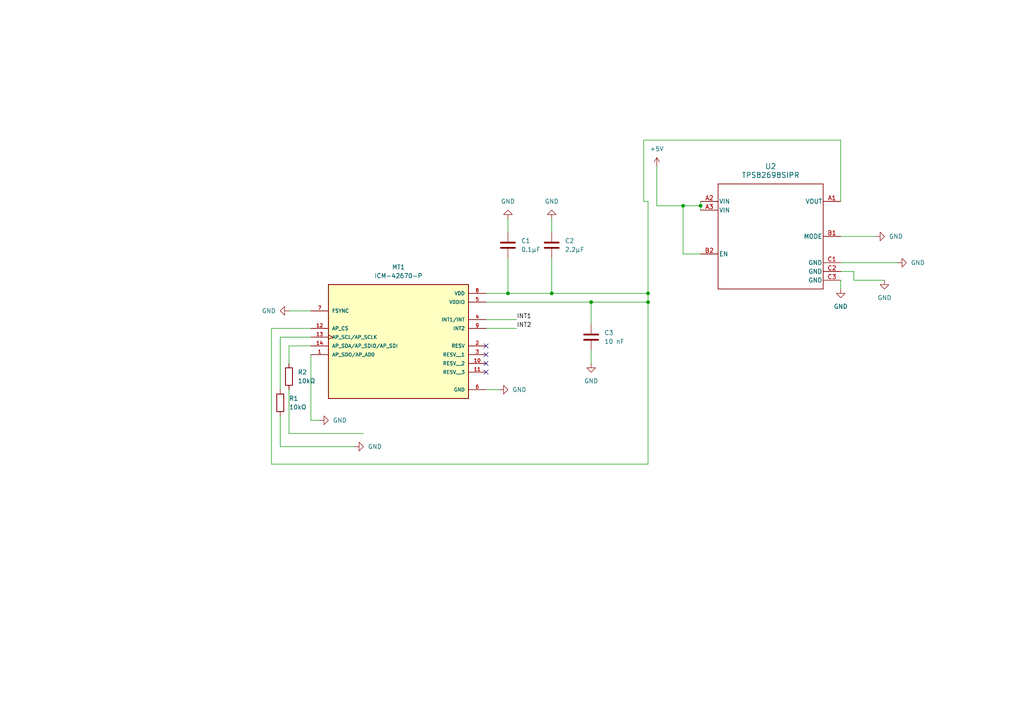
<source format=kicad_sch>
(kicad_sch (version 20231120) (generator "eeschema") (generator_version "8.0")
  (paper "A4")
  (lib_symbols
    (symbol "2024-11-04_05-34-17:TPS82698SIPR" (pin_names (offset 0.254))
      (property "Reference" "U" (at 0 2.54 0))
      (property "Value" "TPS82698SIPR" (at 0 0 0))
      (symbol "TPS82698SIPR_0_1"
        (polyline (pts (xy -15.24 -15.24) (xy 15.24 -15.24)) (stroke (width 0.2032)))
        (polyline (pts (xy -15.24 15.24) (xy -15.24 -15.24)) (stroke (width 0.2032)))
        (polyline (pts (xy 15.24 -15.24) (xy 15.24 15.24)) (stroke (width 0.2032)))
        (polyline (pts (xy 15.24 15.24) (xy -15.24 15.24)) (stroke (width 0.2032)))
        (pin power_in line (at 20.32 10.16 180) (length 5.08) (name "VOUT") (number "A1"))
        (pin power_in line (at -20.32 10.16 0) (length 5.08) (name "VIN") (number "A2"))
        (pin power_in line (at -20.32 7.62 0) (length 5.08) (name "VIN") (number "A3"))
        (pin input line (at 20.32 0 180) (length 5.08) (name "MODE") (number "B1"))
        (pin input line (at -20.32 -5.08 0) (length 5.08) (name "EN") (number "B2"))
        (pin power_in line (at 20.32 -7.62 180) (length 5.08) (name "GND") (number "C1"))
        (pin power_in line (at 20.32 -10.16 180) (length 5.08) (name "GND") (number "C2"))
        (pin power_in line (at 20.32 -12.7 180) (length 5.08) (name "GND") (number "C3"))
      )
    )
    (symbol "Device:C" (pin_numbers hide) (pin_names (offset 0.254))
      (property "Reference" "C" (at 0.635 2.54 0))
      (property "Value" "C" (at 0.635 -2.54 0))
      (symbol "C_0_1"
        (polyline (pts (xy -2.032 -0.762) (xy 2.032 -0.762)) (stroke (width 0.508)))
        (polyline (pts (xy -2.032 0.762) (xy 2.032 0.762)) (stroke (width 0.508)))
      )
      (symbol "C_1_1"
        (pin passive line (at 0 3.81 270) (length 2.794) (name "~") (number "1"))
        (pin passive line (at 0 -3.81 90) (length 2.794) (name "~") (number "2"))
      )
    )
    (symbol "Device:R" (pin_numbers hide) (pin_names (offset 0))
      (property "Reference" "R" (at 2.032 0 90))
      (property "Value" "R" (at 0 0 90))
      (symbol "R_0_1"
        (rectangle (start -1.016 -2.54) (end 1.016 2.54) (stroke (width 0.254)))
      )
      (symbol "R_1_1"
        (pin passive line (at 0 3.81 270) (length 1.27) (name "~") (number "1"))
        (pin passive line (at 0 -3.81 90) (length 1.27) (name "~") (number "2"))
      )
    )
    (symbol "ICM-42670-P:ICM-42670-P" (pin_names (offset 1.016))
      (property "Reference" "MT" (at -20.32 13.97 0))
      (property "Value" "ICM-42670-P" (at -20.32 -22.86 0))
      (symbol "ICM-42670-P_0_0"
        (rectangle (start -20.32 -20.32) (end 20.32 12.7) (stroke (width 0.254)) (fill (type background)))
        (pin bidirectional line (at -25.4 -7.62 0) (length 5.08) (name "AP_SDO/AP_AD0") (number "1"))
        (pin passive line (at 25.4 -10.16 180) (length 5.08) (name "RESV__2") (number "10"))
        (pin passive line (at 25.4 -12.7 180) (length 5.08) (name "RESV__3") (number "11"))
        (pin input line (at -25.4 0 0) (length 5.08) (name "AP_CS") (number "12"))
        (pin input clock (at -25.4 -2.54 0) (length 5.08) (name "AP_SCL/AP_SCLK") (number "13"))
        (pin bidirectional line (at -25.4 -5.08 0) (length 5.08) (name "AP_SDA/AP_SDIO/AP_SDI") (number "14"))
        (pin passive line (at 25.4 -5.08 180) (length 5.08) (name "RESV") (number "2"))
        (pin passive line (at 25.4 -7.62 180) (length 5.08) (name "RESV__1") (number "3"))
        (pin output line (at 25.4 2.54 180) (length 5.08) (name "INT1/INT") (number "4"))
        (pin power_in line (at 25.4 7.62 180) (length 5.08) (name "VDDIO") (number "5"))
        (pin power_in line (at 25.4 -17.78 180) (length 5.08) (name "GND") (number "6"))
        (pin input line (at -25.4 5.08 0) (length 5.08) (name "FSYNC") (number "7"))
        (pin power_in line (at 25.4 10.16 180) (length 5.08) (name "VDD") (number "8"))
        (pin output line (at 25.4 0 180) (length 5.08) (name "INT2") (number "9"))
      )
    )
    (symbol "power:+5V" (power) (pin_numbers hide) (pin_names (offset 0) hide)
      (property "Value" "+5V" (at 0 3.556 0))
      (symbol "+5V_0_1"
        (polyline (pts (xy -0.762 1.27) (xy 0 2.54)))
        (polyline (pts (xy 0 0) (xy 0 2.54)))
        (polyline (pts (xy 0 2.54) (xy 0.762 1.27)))
      )
      (symbol "+5V_1_1"
        (pin power_in line (at 0 0 90) (length 0) (name "~") (number "1"))
      )
    )
    (symbol "power:GND" (power) (pin_numbers hide) (pin_names (offset 0) hide)
      (property "Value" "GND" (at 0 -3.81 0))
      (symbol "GND_0_1"
        (polyline (pts (xy 0 0) (xy 0 -1.27) (xy 1.27 -1.27) (xy 0 -2.54) (xy -1.27 -1.27) (xy 0 -1.27)))
      )
      (symbol "GND_1_1"
        (pin power_in line (at 0 0 270) (length 0) (name "~") (number "1"))
      )
    )
  )
  (junction (at 203.2 59.69))
  (junction (at 171.45 87.63))
  (junction (at 160.02 85.09))
  (junction (at 147.32 85.09))
  (junction (at 187.96 87.63))
  (junction (at 198.12 59.69))
  (junction (at 187.96 85.09))
  (no_connect (at 140.97 100.33))
  (no_connect (at 140.97 105.41))
  (no_connect (at 140.97 107.95))
  (no_connect (at 140.97 102.87))
  (wire (pts (xy 90.17 102.87) (xy 90.17 121.92)))
  (wire (pts (xy 171.45 87.63) (xy 171.45 93.98)))
  (wire (pts (xy 203.2 59.69) (xy 203.2 60.96)))
  (wire (pts (xy 243.84 40.64) (xy 186.69 40.64)))
  (wire (pts (xy 90.17 95.25) (xy 78.74 95.25)))
  (wire (pts (xy 243.84 83.82) (xy 243.84 81.28)))
  (wire (pts (xy 260.35 76.2) (xy 243.84 76.2)))
  (wire (pts (xy 171.45 101.6) (xy 171.45 105.41)))
  (wire (pts (xy 203.2 59.69) (xy 198.12 59.69)))
  (wire (pts (xy 140.97 95.25) (xy 149.86 95.25)))
  (wire (pts (xy 190.5 48.26) (xy 190.5 59.69)))
  (wire (pts (xy 81.28 97.79) (xy 90.17 97.79)))
  (wire (pts (xy 81.28 120.65) (xy 81.28 129.54)))
  (wire (pts (xy 160.02 63.5) (xy 160.02 67.31)))
  (wire (pts (xy 247.65 81.28) (xy 247.65 78.74)))
  (wire (pts (xy 243.84 58.42) (xy 243.84 40.64)))
  (wire (pts (xy 81.28 129.54) (xy 102.87 129.54)))
  (wire (pts (xy 171.45 87.63) (xy 187.96 87.63)))
  (wire (pts (xy 83.82 90.17) (xy 90.17 90.17)))
  (wire (pts (xy 187.96 85.09) (xy 187.96 87.63)))
  (wire (pts (xy 198.12 59.69) (xy 198.12 73.66)))
  (wire (pts (xy 247.65 78.74) (xy 243.84 78.74)))
  (wire (pts (xy 198.12 59.69) (xy 190.5 59.69)))
  (wire (pts (xy 83.82 113.03) (xy 83.82 125.73)))
  (wire (pts (xy 147.32 74.93) (xy 147.32 85.09)))
  (wire (pts (xy 83.82 125.73) (xy 105.41 125.73)))
  (wire (pts (xy 78.74 95.25) (xy 78.74 134.62)))
  (wire (pts (xy 186.69 40.64) (xy 186.69 58.42)))
  (wire (pts (xy 90.17 121.92) (xy 92.71 121.92)))
  (wire (pts (xy 243.84 68.58) (xy 254 68.58)))
  (wire (pts (xy 81.28 97.79) (xy 81.28 113.03)))
  (wire (pts (xy 140.97 87.63) (xy 171.45 87.63)))
  (wire (pts (xy 90.17 100.33) (xy 83.82 100.33)))
  (wire (pts (xy 187.96 87.63) (xy 187.96 134.62)))
  (wire (pts (xy 247.65 81.28) (xy 256.54 81.28)))
  (wire (pts (xy 198.12 73.66) (xy 203.2 73.66)))
  (wire (pts (xy 147.32 85.09) (xy 160.02 85.09)))
  (wire (pts (xy 187.96 58.42) (xy 187.96 85.09)))
  (wire (pts (xy 160.02 74.93) (xy 160.02 85.09)))
  (wire (pts (xy 160.02 85.09) (xy 187.96 85.09)))
  (wire (pts (xy 78.74 134.62) (xy 187.96 134.62)))
  (wire (pts (xy 83.82 100.33) (xy 83.82 105.41)))
  (wire (pts (xy 147.32 63.5) (xy 147.32 67.31)))
  (wire (pts (xy 140.97 92.71) (xy 149.86 92.71)))
  (wire (pts (xy 140.97 113.03) (xy 144.78 113.03)))
  (wire (pts (xy 203.2 58.42) (xy 203.2 59.69)))
  (wire (pts (xy 140.97 85.09) (xy 147.32 85.09)))
  (wire (pts (xy 186.69 58.42) (xy 187.96 58.42)))
  (label "INT1" (at 149.86 92.71 0))
  (label "INT2" (at 149.86 95.25 0))
  (symbol (lib_id "ICM-42670-P:ICM-42670-P") (at 115.57 95.25 0) (unit 1)
    (property "Reference" "MT1" (at 115.57 77.47 0))
    (property "Value" "ICM-42670-P" (at 115.57 80.01 0))
    (property "Footprint" "6-axisIMU_footprints:XDCR_ICM-42670-P" (effects (hide yes)))
    (property "PARTREV" "1.1" (effects (hide yes)))
    (property "STANDARD" "Manufacturer Recommendations" (effects (hide yes)))
    (property "MAXIMUM_PACKAGE_HEIGHT" "0.81 mm" (effects (hide yes)))
    (property "MANUFACTURER" "TDK InvenSense" (effects (hide yes)))
  )
  (symbol (lib_id "power:GND") (at 102.87 129.54 90) (unit 1)
    (property "Reference" "#PWR09" (effects (hide yes)))
    (property "Value" "GND" (at 106.68 129.5399 90) (effects (justify right)))
    (property "Description" "Power symbol creates a global label with name \"GND\" , ground" (effects (hide yes)))
  )
  (symbol (lib_id "power:GND") (at 243.84 83.82 0) (unit 1)
    (property "Reference" "#PWR08" (effects (hide yes)))
    (property "Value" "GND" (at 243.84 88.9 0))
    (property "Description" "Power symbol creates a global label with name \"GND\" , ground" (effects (hide yes)))
  )
  (symbol (lib_id "power:GND") (at 83.82 90.17 270) (mirror x) (unit 1)
    (property "Reference" "#PWR01" (effects (hide yes)))
    (property "Value" "GND" (at 80.01 90.1699 90) (effects (justify right)))
    (property "Description" "Power symbol creates a global label with name \"GND\" , ground" (effects (hide yes)))
  )
  (symbol (lib_id "Device:C") (at 160.02 71.12 0) (unit 1)
    (property "Reference" "C2" (at 163.83 69.8499 0) (effects (justify left)))
    (property "Value" "2.2µF" (at 163.83 72.3899 0) (effects (justify left)))
    (property "Footprint" "Capacitor_SMD:C_0603_1608Metric" (effects (hide yes)))
    (property "Description" "Unpolarized capacitor" (effects (hide yes)))
  )
  (symbol (lib_id "power:GND") (at 256.54 81.28 0) (unit 1)
    (property "Reference" "#PWR010" (effects (hide yes)))
    (property "Value" "GND" (at 256.54 86.36 0))
    (property "Description" "Power symbol creates a global label with name \"GND\" , ground" (effects (hide yes)))
  )
  (symbol (lib_id "Device:C") (at 147.32 71.12 0) (unit 1)
    (property "Reference" "C1" (at 151.13 69.8499 0) (effects (justify left)))
    (property "Value" "0.1µF" (at 151.13 72.3899 0) (effects (justify left)))
    (property "Footprint" "Capacitor_SMD:C_0402_1005Metric" (effects (hide yes)))
    (property "Description" "Unpolarized capacitor" (effects (hide yes)))
  )
  (symbol (lib_id "2024-11-04_05-34-17:TPS82698SIPR") (at 223.52 68.58 0) (unit 1)
    (property "Reference" "U2" (at 223.52 48.26 0) (effects (font (size 1.524 1.524))))
    (property "Value" "TPS82698SIPR" (at 223.52 50.8 0) (effects (font (size 1.524 1.524))))
    (property "Footprint" "SIP0008A" (effects (hide yes)))
    (property "Datasheet" "TPS82698SIPR" (effects (hide yes)))
  )
  (symbol (lib_id "power:GND") (at 160.02 63.5 180) (unit 1)
    (property "Reference" "#PWR05" (effects (hide yes)))
    (property "Value" "GND" (at 160.02 58.42 0))
    (property "Description" "Power symbol creates a global label with name \"GND\" , ground" (effects (hide yes)))
  )
  (symbol (lib_id "power:GND") (at 147.32 63.5 180) (unit 1)
    (property "Reference" "#PWR04" (effects (hide yes)))
    (property "Value" "GND" (at 147.32 58.42 0))
    (property "Description" "Power symbol creates a global label with name \"GND\" , ground" (effects (hide yes)))
  )
  (symbol (lib_id "power:GND") (at 254 68.58 90) (unit 1)
    (property "Reference" "#PWR013" (effects (hide yes)))
    (property "Value" "GND" (at 257.81 68.5799 90) (effects (justify right)))
    (property "Description" "Power symbol creates a global label with name \"GND\" , ground" (effects (hide yes)))
  )
  (symbol (lib_id "power:GND") (at 260.35 76.2 90) (unit 1)
    (property "Reference" "#PWR011" (effects (hide yes)))
    (property "Value" "GND" (at 264.16 76.1999 90) (effects (justify right)))
    (property "Description" "Power symbol creates a global label with name \"GND\" , ground" (effects (hide yes)))
  )
  (symbol (lib_id "Device:R") (at 83.82 109.22 0) (unit 1)
    (property "Reference" "R2" (at 86.36 107.9499 0) (effects (justify left)))
    (property "Value" "10kΩ" (at 86.36 110.4899 0) (effects (justify left)))
    (property "Footprint" "Resistor_SMD:R_0402_1005Metric" (effects (hide yes)))
    (property "Description" "Resistor" (effects (hide yes)))
  )
  (symbol (lib_id "power:GND") (at 92.71 121.92 90) (mirror x) (unit 1)
    (property "Reference" "#PWR02" (effects (hide yes)))
    (property "Value" "GND" (at 96.52 121.9199 90) (effects (justify right)))
    (property "Description" "Power symbol creates a global label with name \"GND\" , ground" (effects (hide yes)))
  )
  (symbol (lib_id "power:GND") (at 171.45 105.41 0) (unit 1)
    (property "Reference" "#PWR06" (effects (hide yes)))
    (property "Value" "GND" (at 171.45 110.49 0))
    (property "Description" "Power symbol creates a global label with name \"GND\" , ground" (effects (hide yes)))
  )
  (symbol (lib_id "Device:C") (at 171.45 97.79 0) (unit 1)
    (property "Reference" "C3" (at 175.26 96.5199 0) (effects (justify left)))
    (property "Value" "10 nF" (at 175.26 99.0599 0) (effects (justify left)))
    (property "Footprint" "Capacitor_SMD:C_0402_1005Metric" (effects (hide yes)))
    (property "Description" "Unpolarized capacitor" (effects (hide yes)))
  )
  (symbol (lib_id "Device:R") (at 81.28 116.84 0) (unit 1)
    (property "Reference" "R1" (at 83.82 115.5699 0) (effects (justify left)))
    (property "Value" "10kΩ" (at 83.82 118.1099 0) (effects (justify left)))
    (property "Footprint" "Resistor_SMD:R_0402_1005Metric" (effects (hide yes)))
    (property "Description" "Resistor" (effects (hide yes)))
  )
  (symbol (lib_id "power:GND") (at 144.78 113.03 90) (unit 1)
    (property "Reference" "#PWR03" (effects (hide yes)))
    (property "Value" "GND" (at 148.59 113.0299 90) (effects (justify right)))
    (property "Description" "Power symbol creates a global label with name \"GND\" , ground" (effects (hide yes)))
  )
  (symbol (lib_id "power:+5V") (at 190.5 48.26 0) (unit 1)
    (property "Reference" "#PWR012" (effects (hide yes)))
    (property "Value" "+5V" (at 190.5 43.18 0))
    (property "Description" "Power symbol creates a global label with name \"+5V\"" (effects (hide yes)))
  )
)
</source>
